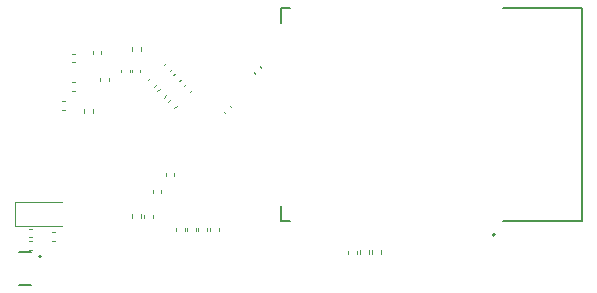
<source format=gbr>
%TF.GenerationSoftware,KiCad,Pcbnew,9.0.1*%
%TF.CreationDate,2025-05-01T00:05:03-04:00*%
%TF.ProjectId,main_board,6d61696e-5f62-46f6-9172-642e6b696361,rev?*%
%TF.SameCoordinates,Original*%
%TF.FileFunction,Legend,Bot*%
%TF.FilePolarity,Positive*%
%FSLAX46Y46*%
G04 Gerber Fmt 4.6, Leading zero omitted, Abs format (unit mm)*
G04 Created by KiCad (PCBNEW 9.0.1) date 2025-05-01 00:05:03*
%MOMM*%
%LPD*%
G01*
G04 APERTURE LIST*
%ADD10C,0.120000*%
%ADD11C,0.127000*%
%ADD12C,0.200000*%
G04 APERTURE END LIST*
D10*
%TO.C,R43*%
X137336800Y-108558359D02*
X137336800Y-108865641D01*
X136576800Y-108558359D02*
X136576800Y-108865641D01*
%TO.C,R42*%
X138507200Y-108558359D02*
X138507200Y-108865641D01*
X139267200Y-108558359D02*
X139267200Y-108865641D01*
%TO.C,R41*%
X136371600Y-108558359D02*
X136371600Y-108865641D01*
X135611600Y-108558359D02*
X135611600Y-108865641D01*
%TO.C,R40*%
X137542000Y-108558359D02*
X137542000Y-108865641D01*
X138302000Y-108558359D02*
X138302000Y-108865641D01*
%TO.C,R31*%
X135187329Y-97701270D02*
X134970048Y-97918551D01*
X135724730Y-98238671D02*
X135507449Y-98455952D01*
%TO.C,C30*%
X131910800Y-95411436D02*
X131910800Y-95195764D01*
X132630800Y-95411436D02*
X132630800Y-95195764D01*
%TO.C,C74*%
X134610179Y-94750704D02*
X134762682Y-94598201D01*
X135119296Y-95259821D02*
X135271799Y-95107318D01*
%TO.C,C54*%
X133663100Y-105607625D02*
X133663100Y-105391953D01*
X134383100Y-105607625D02*
X134383100Y-105391953D01*
%TO.C,C48*%
X129243200Y-96132236D02*
X129243200Y-95916564D01*
X129963200Y-96132236D02*
X129963200Y-95916564D01*
%TO.C,R21*%
X127890000Y-98550759D02*
X127890000Y-98858041D01*
X128650000Y-98550759D02*
X128650000Y-98858041D01*
%TO.C,C58*%
X136337379Y-96579504D02*
X136489882Y-96427001D01*
X136846496Y-97088621D02*
X136998999Y-96936118D01*
%TO.C,C51*%
X130996400Y-95411436D02*
X130996400Y-95195764D01*
X131716400Y-95411436D02*
X131716400Y-95195764D01*
%TO.C,R32*%
X134272929Y-96786870D02*
X134055648Y-97004151D01*
X134810330Y-97324271D02*
X134593049Y-97541552D01*
%TO.C,C73*%
X135422979Y-95665104D02*
X135575482Y-95512601D01*
X135932096Y-96174221D02*
X136084599Y-96021718D01*
D11*
%TO.C,U6*%
X144526800Y-89958400D02*
X144526800Y-91203400D01*
X144526800Y-107958400D02*
X144526800Y-106713400D01*
X145256800Y-89958400D02*
X144526800Y-89958400D01*
X145256800Y-107958400D02*
X144526800Y-107958400D01*
X163306800Y-107958400D02*
X170026800Y-107958400D01*
X170026800Y-89958400D02*
X163306800Y-89958400D01*
X170026800Y-107958400D02*
X170026800Y-89958400D01*
D12*
X162636800Y-109158400D02*
G75*
G02*
X162436800Y-109158400I-100000J0D01*
G01*
X162436800Y-109158400D02*
G75*
G02*
X162636800Y-109158400I100000J0D01*
G01*
D10*
%TO.C,C49*%
X128608800Y-93846636D02*
X128608800Y-93630964D01*
X129328800Y-93846636D02*
X129328800Y-93630964D01*
%TO.C,R25*%
X132900800Y-107756041D02*
X132900800Y-107448759D01*
X133660800Y-107756041D02*
X133660800Y-107448759D01*
%TO.C,D4*%
X122008400Y-106391200D02*
X126008400Y-106391200D01*
X122008400Y-108391200D02*
X122008400Y-106391200D01*
X122008400Y-108391200D02*
X126008400Y-108391200D01*
%TO.C,C25*%
X134768000Y-104146236D02*
X134768000Y-103930564D01*
X135488000Y-104146236D02*
X135488000Y-103930564D01*
%TO.C,C27*%
X123234564Y-108656800D02*
X123450236Y-108656800D01*
X123234564Y-109376800D02*
X123450236Y-109376800D01*
%TO.C,R33*%
X133460129Y-95872470D02*
X133242848Y-96089751D01*
X133997530Y-96409871D02*
X133780249Y-96627152D01*
%TO.C,C55*%
X150211200Y-110534564D02*
X150211200Y-110750236D01*
X150931200Y-110534564D02*
X150931200Y-110750236D01*
%TO.C,R11*%
X123186759Y-109652800D02*
X123494041Y-109652800D01*
X123186759Y-110412800D02*
X123494041Y-110412800D01*
%TO.C,R36*%
X125119159Y-108941600D02*
X125426441Y-108941600D01*
X125119159Y-109701600D02*
X125426441Y-109701600D01*
%TO.C,R34*%
X131903200Y-107438759D02*
X131903200Y-107746041D01*
X132663200Y-107438759D02*
X132663200Y-107746041D01*
%TO.C,R12*%
X151207200Y-110486759D02*
X151207200Y-110794041D01*
X151967200Y-110486759D02*
X151967200Y-110794041D01*
%TO.C,C26*%
X139826493Y-98882810D02*
X139673990Y-98730307D01*
X140335610Y-98373693D02*
X140183107Y-98221190D01*
%TO.C,C21*%
X142213990Y-95377507D02*
X142366493Y-95530010D01*
X142723107Y-94868390D02*
X142875610Y-95020893D01*
%TO.C,C46*%
X127069436Y-96236400D02*
X126853764Y-96236400D01*
X127069436Y-96956400D02*
X126853764Y-96956400D01*
%TO.C,C50*%
X126231836Y-97862000D02*
X126016164Y-97862000D01*
X126231836Y-98582000D02*
X126016164Y-98582000D01*
%TO.C,R17*%
X131915600Y-93279959D02*
X131915600Y-93587241D01*
X132675600Y-93279959D02*
X132675600Y-93587241D01*
%TO.C,R35*%
X152223200Y-110794041D02*
X152223200Y-110486759D01*
X152983200Y-110794041D02*
X152983200Y-110486759D01*
%TO.C,C47*%
X127069436Y-93835600D02*
X126853764Y-93835600D01*
X127069436Y-94555600D02*
X126853764Y-94555600D01*
D11*
%TO.C,D3*%
X122385200Y-110594000D02*
X123385200Y-110594000D01*
X123385200Y-113434000D02*
X122385200Y-113434000D01*
D12*
X124235200Y-111014000D02*
G75*
G02*
X124035200Y-111014000I-100000J0D01*
G01*
X124035200Y-111014000D02*
G75*
G02*
X124235200Y-111014000I100000J0D01*
G01*
%TD*%
M02*

</source>
